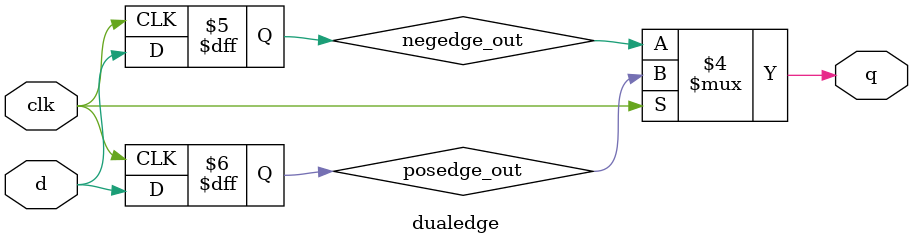
<source format=sv>
module dualedge 
(
  input clk,
  input d,
  output q
);
  
  reg posedge_out;
  reg negedge_out;

  always @(posedge clk) begin
    posedge_out <= d;
  end

  always @(posedge ~clk) begin
    negedge_out <= d;
  end

  assign q = clk ? posedge_out : negedge_out;

endmodule
</source>
